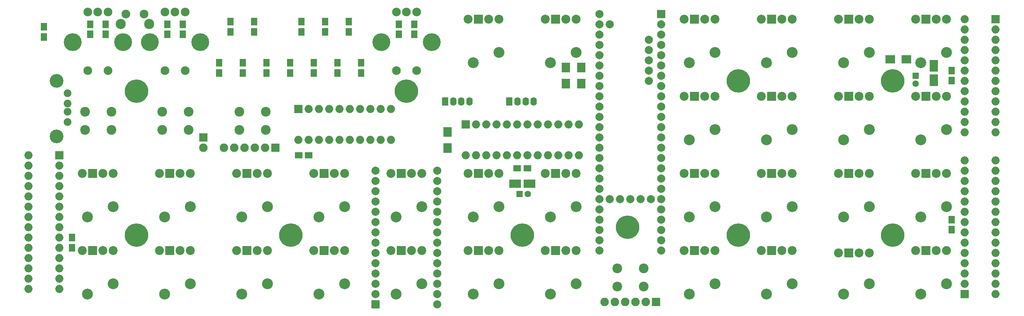
<source format=gbr>
G04 #@! TF.FileFunction,Soldermask,Bot*
%FSLAX46Y46*%
G04 Gerber Fmt 4.6, Leading zero omitted, Abs format (unit mm)*
G04 Created by KiCad (PCBNEW 4.0.7) date Sat Mar 24 11:27:51 2018*
%MOMM*%
%LPD*%
G01*
G04 APERTURE LIST*
%ADD10C,0.100000*%
%ADD11R,1.600000X1.600000*%
%ADD12C,1.600000*%
%ADD13C,2.000000*%
%ADD14R,2.000000X2.000000*%
%ADD15C,2.686000*%
%ADD16C,2.500000*%
%ADD17C,2.150000*%
%ADD18C,1.900000*%
%ADD19C,3.400000*%
%ADD20O,2.000000X2.000000*%
%ADD21R,2.100000X2.400000*%
%ADD22R,1.650000X1.900000*%
%ADD23R,1.900000X1.650000*%
%ADD24R,2.100000X2.100000*%
%ADD25O,2.100000X2.100000*%
%ADD26C,2.400000*%
%ADD27O,4.400000X4.400000*%
%ADD28R,1.600000X2.100000*%
%ADD29O,1.600000X2.100000*%
%ADD30C,5.800000*%
%ADD31C,1.000000*%
%ADD32R,2.400000X2.100000*%
%ADD33C,2.200000*%
%ADD34R,2.200000X2.200000*%
%ADD35R,3.000000X2.000000*%
%ADD36R,2.000000X3.000000*%
G04 APERTURE END LIST*
D10*
D11*
X195580000Y-102235000D03*
D12*
X197580000Y-102235000D03*
D11*
X293370000Y-73025000D03*
D12*
X293370000Y-75025000D03*
D13*
X230505000Y-98425000D03*
X230505000Y-100965000D03*
X230505000Y-103505000D03*
X230505000Y-106045000D03*
X230505000Y-95885000D03*
X230505000Y-93345000D03*
X230505000Y-90805000D03*
X230505000Y-108585000D03*
X230505000Y-111125000D03*
X230505000Y-113665000D03*
X230505000Y-116205000D03*
X227965000Y-103505000D03*
X225425000Y-103505000D03*
X222885000Y-103505000D03*
X220345000Y-103505000D03*
X217805000Y-103505000D03*
X215265000Y-116205000D03*
X215265000Y-113665000D03*
X215265000Y-111125000D03*
X215265000Y-108585000D03*
X215265000Y-106045000D03*
X215265000Y-103505000D03*
X215265000Y-100965000D03*
X215265000Y-98425000D03*
X230505000Y-88265000D03*
X230505000Y-85725000D03*
X230505000Y-83185000D03*
X230505000Y-80645000D03*
X230505000Y-78105000D03*
X230505000Y-75565000D03*
X230505000Y-73025000D03*
X230505000Y-70485000D03*
X230505000Y-67945000D03*
X230505000Y-65405000D03*
X230505000Y-62865000D03*
X230505000Y-60325000D03*
D14*
X230505000Y-57785000D03*
D13*
X215265000Y-95885000D03*
X215265000Y-93345000D03*
X215265000Y-90805000D03*
X215265000Y-88265000D03*
X215265000Y-85725000D03*
X215265000Y-83185000D03*
X215265000Y-80645000D03*
X215265000Y-78105000D03*
X215265000Y-75565000D03*
X215265000Y-73025000D03*
X215265000Y-70485000D03*
X215265000Y-67945000D03*
X215265000Y-65405000D03*
X215265000Y-62865000D03*
X215265000Y-60325000D03*
X215265000Y-57785000D03*
X217805000Y-60325000D03*
X227505000Y-64135000D03*
X227505000Y-66675000D03*
X227505000Y-69215000D03*
X227505000Y-71755000D03*
X227505000Y-74295000D03*
D15*
X294640000Y-107950000D03*
X300990000Y-105410000D03*
X88900000Y-127000000D03*
X95250000Y-124460000D03*
X203200000Y-107950000D03*
X209550000Y-105410000D03*
X184150000Y-107950000D03*
X190500000Y-105410000D03*
X165100000Y-107950000D03*
X171450000Y-105410000D03*
X146050000Y-107950000D03*
X152400000Y-105410000D03*
X127000000Y-107950000D03*
X133350000Y-105410000D03*
X203200000Y-69850000D03*
X209550000Y-67310000D03*
X184150000Y-69850000D03*
X190500000Y-67310000D03*
X237490000Y-127000000D03*
X243840000Y-124460000D03*
X256540000Y-127000000D03*
X262890000Y-124460000D03*
X237490000Y-88900000D03*
X243840000Y-86360000D03*
X275590000Y-127000000D03*
X281940000Y-124460000D03*
X256540000Y-88900000D03*
X262890000Y-86360000D03*
X294640000Y-127000000D03*
X300990000Y-124460000D03*
X275590000Y-88900000D03*
X281940000Y-86360000D03*
X294640000Y-88900000D03*
X300990000Y-86360000D03*
X256540000Y-107950000D03*
X262890000Y-105410000D03*
X237490000Y-69850000D03*
X243840000Y-67310000D03*
X275590000Y-107950000D03*
X281940000Y-105410000D03*
X256540000Y-69850000D03*
X262890000Y-67310000D03*
X294640000Y-69850000D03*
X300990000Y-67310000D03*
X203200000Y-127000000D03*
X209550000Y-124460000D03*
X184150000Y-127000000D03*
X190500000Y-124460000D03*
X165100000Y-127000000D03*
X171450000Y-124460000D03*
X146050000Y-127000000D03*
X152400000Y-124460000D03*
X127000000Y-127000000D03*
X133350000Y-124460000D03*
X107950000Y-127000000D03*
X114300000Y-124460000D03*
X275590000Y-69850000D03*
X281940000Y-67310000D03*
X237490000Y-107950000D03*
X243840000Y-105410000D03*
X107950000Y-107950000D03*
X114300000Y-105410000D03*
X88900000Y-107950000D03*
X95250000Y-105410000D03*
D16*
X97110000Y-60275000D03*
D17*
X98370000Y-57785000D03*
X102870000Y-57785000D03*
D16*
X104120000Y-60275000D03*
D13*
X175260000Y-96520000D03*
X160020000Y-96520000D03*
X175260000Y-99060000D03*
X175260000Y-101600000D03*
X175260000Y-104140000D03*
X175260000Y-106680000D03*
X175260000Y-109220000D03*
X175260000Y-111760000D03*
X175260000Y-114300000D03*
X175260000Y-116840000D03*
X175260000Y-119380000D03*
X175260000Y-121920000D03*
X175260000Y-124460000D03*
X175260000Y-127000000D03*
X175260000Y-129540000D03*
X160020000Y-99060000D03*
X160020000Y-101600000D03*
X160020000Y-104140000D03*
X160020000Y-106680000D03*
X160020000Y-109220000D03*
X160020000Y-111760000D03*
X160020000Y-114300000D03*
X160020000Y-116840000D03*
X160020000Y-119380000D03*
X160020000Y-121920000D03*
X160020000Y-124460000D03*
X160020000Y-127000000D03*
D14*
X160020000Y-129540000D03*
D18*
X83950000Y-77345000D03*
X83950000Y-79885000D03*
X83950000Y-81915000D03*
X83950000Y-84455000D03*
D19*
X81280000Y-74295000D03*
X81280000Y-88015000D03*
D14*
X81915000Y-92710000D03*
D20*
X74295000Y-125730000D03*
X81915000Y-95250000D03*
X74295000Y-123190000D03*
X81915000Y-97790000D03*
X74295000Y-120650000D03*
X81915000Y-100330000D03*
X74295000Y-118110000D03*
X81915000Y-102870000D03*
X74295000Y-115570000D03*
X81915000Y-105410000D03*
X74295000Y-113030000D03*
X81915000Y-107950000D03*
X74295000Y-110490000D03*
X81915000Y-110490000D03*
X74295000Y-107950000D03*
X81915000Y-113030000D03*
X74295000Y-105410000D03*
X81915000Y-115570000D03*
X74295000Y-102870000D03*
X81915000Y-118110000D03*
X74295000Y-100330000D03*
X81915000Y-120650000D03*
X74295000Y-97790000D03*
X81915000Y-123190000D03*
X74295000Y-95250000D03*
X81915000Y-125730000D03*
X74295000Y-92710000D03*
D14*
X305435000Y-127000000D03*
D20*
X313055000Y-93980000D03*
X305435000Y-124460000D03*
X313055000Y-96520000D03*
X305435000Y-121920000D03*
X313055000Y-99060000D03*
X305435000Y-119380000D03*
X313055000Y-101600000D03*
X305435000Y-116840000D03*
X313055000Y-104140000D03*
X305435000Y-114300000D03*
X313055000Y-106680000D03*
X305435000Y-111760000D03*
X313055000Y-109220000D03*
X305435000Y-109220000D03*
X313055000Y-111760000D03*
X305435000Y-106680000D03*
X313055000Y-114300000D03*
X305435000Y-104140000D03*
X313055000Y-116840000D03*
X305435000Y-101600000D03*
X313055000Y-119380000D03*
X305435000Y-99060000D03*
X313055000Y-121920000D03*
X305435000Y-96520000D03*
X313055000Y-124460000D03*
X305435000Y-93980000D03*
X313055000Y-127000000D03*
D21*
X207010000Y-71025000D03*
X207010000Y-75025000D03*
X210820000Y-71025000D03*
X210820000Y-75025000D03*
D22*
X89535000Y-60345000D03*
X89535000Y-62845000D03*
X93345000Y-60345000D03*
X93345000Y-62845000D03*
X108585000Y-60345000D03*
X108585000Y-62845000D03*
X112395000Y-60345000D03*
X112395000Y-62845000D03*
X165735000Y-60345000D03*
X165735000Y-62845000D03*
X169545000Y-60345000D03*
X169545000Y-62845000D03*
D23*
X194965000Y-95885000D03*
X197465000Y-95885000D03*
D22*
X302260000Y-111085000D03*
X302260000Y-108585000D03*
X85090000Y-113050000D03*
X85090000Y-115550000D03*
D24*
X135255000Y-90805000D03*
D25*
X132715000Y-90805000D03*
X130175000Y-90805000D03*
X127635000Y-90805000D03*
X125095000Y-90805000D03*
X122555000Y-90805000D03*
D14*
X182245000Y-85090000D03*
D20*
X210185000Y-92710000D03*
X184785000Y-85090000D03*
X207645000Y-92710000D03*
X187325000Y-85090000D03*
X205105000Y-92710000D03*
X189865000Y-85090000D03*
X202565000Y-92710000D03*
X192405000Y-85090000D03*
X200025000Y-92710000D03*
X194945000Y-85090000D03*
X197485000Y-92710000D03*
X197485000Y-85090000D03*
X194945000Y-92710000D03*
X200025000Y-85090000D03*
X192405000Y-92710000D03*
X202565000Y-85090000D03*
X189865000Y-92710000D03*
X205105000Y-85090000D03*
X187325000Y-92710000D03*
X207645000Y-85090000D03*
X184785000Y-92710000D03*
X210185000Y-85090000D03*
X182245000Y-92710000D03*
D21*
X177800000Y-90900000D03*
X177800000Y-86900000D03*
D26*
X107315000Y-86415000D03*
X107315000Y-81915000D03*
X113815000Y-86415000D03*
X113815000Y-81915000D03*
X88265000Y-86415000D03*
X88265000Y-81915000D03*
X94765000Y-86415000D03*
X94765000Y-81915000D03*
X126365000Y-86415000D03*
X126365000Y-81915000D03*
X132865000Y-86415000D03*
X132865000Y-81915000D03*
D23*
X141010000Y-92710000D03*
X143510000Y-92710000D03*
D14*
X140970000Y-81280000D03*
D20*
X163830000Y-88900000D03*
X143510000Y-81280000D03*
X161290000Y-88900000D03*
X146050000Y-81280000D03*
X158750000Y-88900000D03*
X148590000Y-81280000D03*
X156210000Y-88900000D03*
X151130000Y-81280000D03*
X153670000Y-88900000D03*
X153670000Y-81280000D03*
X151130000Y-88900000D03*
X156210000Y-81280000D03*
X148590000Y-88900000D03*
X158750000Y-81280000D03*
X146050000Y-88900000D03*
X161290000Y-81280000D03*
X143510000Y-88900000D03*
X163830000Y-81280000D03*
X140970000Y-88900000D03*
D17*
X93940000Y-57270000D03*
X88940000Y-57270000D03*
X91440000Y-57270000D03*
X88940000Y-71770000D03*
X93940000Y-71770000D03*
D27*
X85240000Y-64770000D03*
X97640000Y-64770000D03*
D17*
X112990000Y-57270000D03*
X107990000Y-57270000D03*
X110490000Y-57270000D03*
X107990000Y-71770000D03*
X112990000Y-71770000D03*
D27*
X104290000Y-64770000D03*
X116690000Y-64770000D03*
D17*
X170140000Y-57270000D03*
X165140000Y-57270000D03*
X167640000Y-57270000D03*
X165140000Y-71770000D03*
X170140000Y-71770000D03*
D27*
X161440000Y-64770000D03*
X173840000Y-64770000D03*
D22*
X124206000Y-59710000D03*
X124206000Y-62210000D03*
X130048000Y-59710000D03*
X130048000Y-62210000D03*
X141732000Y-59710000D03*
X141732000Y-62210000D03*
X147574000Y-59710000D03*
X147574000Y-62210000D03*
X153416000Y-59710000D03*
X153416000Y-62210000D03*
X121412000Y-69870000D03*
X121412000Y-72370000D03*
X127254000Y-69870000D03*
X127254000Y-72370000D03*
X133096000Y-69870000D03*
X133096000Y-72370000D03*
X138938000Y-69870000D03*
X138938000Y-72370000D03*
X144780000Y-69870000D03*
X144780000Y-72370000D03*
X150622000Y-69870000D03*
X150622000Y-72370000D03*
X156464000Y-69870000D03*
X156464000Y-72370000D03*
X78105000Y-60980000D03*
X78105000Y-63480000D03*
D24*
X229235000Y-128905000D03*
D25*
X226695000Y-128905000D03*
X224155000Y-128905000D03*
X221615000Y-128905000D03*
X219075000Y-128905000D03*
X216535000Y-128905000D03*
D28*
X193040000Y-79375000D03*
D29*
X195040000Y-79375000D03*
X197040000Y-79375000D03*
X199040000Y-79375000D03*
D28*
X177165000Y-79375000D03*
D29*
X179165000Y-79375000D03*
X181165000Y-79375000D03*
X183165000Y-79375000D03*
D26*
X219710000Y-125150000D03*
X219710000Y-120650000D03*
X226210000Y-125150000D03*
X226210000Y-120650000D03*
D30*
X100965000Y-76835000D03*
D31*
X102990000Y-76835000D03*
X102396891Y-78266891D03*
X100965000Y-78860000D03*
X99533109Y-78266891D03*
X98940000Y-76835000D03*
X99533109Y-75403109D03*
X100965000Y-74810000D03*
X102396891Y-75403109D03*
D30*
X167640000Y-76835000D03*
D31*
X169665000Y-76835000D03*
X169071891Y-78266891D03*
X167640000Y-78860000D03*
X166208109Y-78266891D03*
X165615000Y-76835000D03*
X166208109Y-75403109D03*
X167640000Y-74810000D03*
X169071891Y-75403109D03*
D30*
X222250000Y-110490000D03*
D31*
X224275000Y-110490000D03*
X223681891Y-111921891D03*
X222250000Y-112515000D03*
X220818109Y-111921891D03*
X220225000Y-110490000D03*
X220818109Y-109058109D03*
X222250000Y-108465000D03*
X223681891Y-109058109D03*
D30*
X196215000Y-112395000D03*
D31*
X198240000Y-112395000D03*
X197646891Y-113826891D03*
X196215000Y-114420000D03*
X194783109Y-113826891D03*
X194190000Y-112395000D03*
X194783109Y-110963109D03*
X196215000Y-110370000D03*
X197646891Y-110963109D03*
D30*
X287655000Y-112395000D03*
D31*
X289680000Y-112395000D03*
X289086891Y-113826891D03*
X287655000Y-114420000D03*
X286223109Y-113826891D03*
X285630000Y-112395000D03*
X286223109Y-110963109D03*
X287655000Y-110370000D03*
X289086891Y-110963109D03*
D30*
X249555000Y-74295000D03*
D31*
X251580000Y-74295000D03*
X250986891Y-75726891D03*
X249555000Y-76320000D03*
X248123109Y-75726891D03*
X247530000Y-74295000D03*
X248123109Y-72863109D03*
X249555000Y-72270000D03*
X250986891Y-72863109D03*
D30*
X249555000Y-112395000D03*
D31*
X251580000Y-112395000D03*
X250986891Y-113826891D03*
X249555000Y-114420000D03*
X248123109Y-113826891D03*
X247530000Y-112395000D03*
X248123109Y-110963109D03*
X249555000Y-110370000D03*
X250986891Y-110963109D03*
D30*
X100965000Y-112395000D03*
D31*
X102990000Y-112395000D03*
X102396891Y-113826891D03*
X100965000Y-114420000D03*
X99533109Y-113826891D03*
X98940000Y-112395000D03*
X99533109Y-110963109D03*
X100965000Y-110370000D03*
X102396891Y-110963109D03*
D30*
X139065000Y-112395000D03*
D31*
X141090000Y-112395000D03*
X140496891Y-113826891D03*
X139065000Y-114420000D03*
X137633109Y-113826891D03*
X137040000Y-112395000D03*
X137633109Y-110963109D03*
X139065000Y-110370000D03*
X140496891Y-110963109D03*
D30*
X287655000Y-74295000D03*
D31*
X289680000Y-74295000D03*
X289086891Y-75726891D03*
X287655000Y-76320000D03*
X286223109Y-75726891D03*
X285630000Y-74295000D03*
X286223109Y-72863109D03*
X287655000Y-72270000D03*
X289086891Y-72863109D03*
D22*
X302260000Y-71775000D03*
X302260000Y-74275000D03*
D32*
X287052000Y-68961000D03*
X291052000Y-68961000D03*
D14*
X313055000Y-59055000D03*
D20*
X305435000Y-86995000D03*
X313055000Y-61595000D03*
X305435000Y-84455000D03*
X313055000Y-64135000D03*
X305435000Y-81915000D03*
X313055000Y-66675000D03*
X305435000Y-79375000D03*
X313055000Y-69215000D03*
X305435000Y-76835000D03*
X313055000Y-71755000D03*
X305435000Y-74295000D03*
X313055000Y-74295000D03*
X305435000Y-71755000D03*
X313055000Y-76835000D03*
X305435000Y-69215000D03*
X313055000Y-79375000D03*
X305435000Y-66675000D03*
X313055000Y-81915000D03*
X305435000Y-64135000D03*
X313055000Y-84455000D03*
X305435000Y-61595000D03*
X313055000Y-86995000D03*
X305435000Y-59055000D03*
D33*
X92710000Y-116205000D03*
X87630000Y-116205000D03*
D34*
X90170000Y-116205000D03*
D33*
X95250000Y-116205000D03*
X111760000Y-116205000D03*
X106680000Y-116205000D03*
D34*
X109220000Y-116205000D03*
D33*
X114300000Y-116205000D03*
X130810000Y-116205000D03*
X125730000Y-116205000D03*
D34*
X128270000Y-116205000D03*
D33*
X133350000Y-116205000D03*
X149860000Y-116205000D03*
X144780000Y-116205000D03*
D34*
X147320000Y-116205000D03*
D33*
X152400000Y-116205000D03*
X168910000Y-116205000D03*
X163830000Y-116205000D03*
D34*
X166370000Y-116205000D03*
D33*
X171450000Y-116205000D03*
X187960000Y-116205000D03*
X182880000Y-116205000D03*
D34*
X185420000Y-116205000D03*
D33*
X190500000Y-116205000D03*
X207010000Y-116205000D03*
X201930000Y-116205000D03*
D34*
X204470000Y-116205000D03*
D33*
X209550000Y-116205000D03*
X92710000Y-97155000D03*
X87630000Y-97155000D03*
D34*
X90170000Y-97155000D03*
D33*
X95250000Y-97155000D03*
X111760000Y-97155000D03*
X106680000Y-97155000D03*
D34*
X109220000Y-97155000D03*
D33*
X114300000Y-97155000D03*
X130810000Y-97155000D03*
X125730000Y-97155000D03*
D34*
X128270000Y-97155000D03*
D33*
X133350000Y-97155000D03*
X149860000Y-97155000D03*
X144780000Y-97155000D03*
D34*
X147320000Y-97155000D03*
D33*
X152400000Y-97155000D03*
X168910000Y-97155000D03*
X163830000Y-97155000D03*
D34*
X166370000Y-97155000D03*
D33*
X171450000Y-97155000D03*
X187960000Y-97155000D03*
X182880000Y-97155000D03*
D34*
X185420000Y-97155000D03*
D33*
X190500000Y-97155000D03*
X207010000Y-97155000D03*
X201930000Y-97155000D03*
D34*
X204470000Y-97155000D03*
D33*
X209550000Y-97155000D03*
X187960000Y-59055000D03*
X182880000Y-59055000D03*
D34*
X185420000Y-59055000D03*
D33*
X190500000Y-59055000D03*
X207010000Y-59055000D03*
X201930000Y-59055000D03*
D34*
X204470000Y-59055000D03*
D33*
X209550000Y-59055000D03*
X241300000Y-116205000D03*
X236220000Y-116205000D03*
D34*
X238760000Y-116205000D03*
D33*
X243840000Y-116205000D03*
X260350000Y-116205000D03*
X255270000Y-116205000D03*
D34*
X257810000Y-116205000D03*
D33*
X262890000Y-116205000D03*
X279400000Y-116840000D03*
X274320000Y-116840000D03*
D34*
X276860000Y-116840000D03*
D33*
X281940000Y-116840000D03*
X298450000Y-116205000D03*
X293370000Y-116205000D03*
D34*
X295910000Y-116205000D03*
D33*
X300990000Y-116205000D03*
X241300000Y-97155000D03*
X236220000Y-97155000D03*
D34*
X238760000Y-97155000D03*
D33*
X243840000Y-97155000D03*
X260350000Y-97155000D03*
X255270000Y-97155000D03*
D34*
X257810000Y-97155000D03*
D33*
X262890000Y-97155000D03*
X279400000Y-97155000D03*
X274320000Y-97155000D03*
D34*
X276860000Y-97155000D03*
D33*
X281940000Y-97155000D03*
X298450000Y-97155000D03*
X293370000Y-97155000D03*
D34*
X295910000Y-97155000D03*
D33*
X300990000Y-97155000D03*
X241300000Y-78105000D03*
X236220000Y-78105000D03*
D34*
X238760000Y-78105000D03*
D33*
X243840000Y-78105000D03*
X260350000Y-78105000D03*
X255270000Y-78105000D03*
D34*
X257810000Y-78105000D03*
D33*
X262890000Y-78105000D03*
X279400000Y-78105000D03*
X274320000Y-78105000D03*
D34*
X276860000Y-78105000D03*
D33*
X281940000Y-78105000D03*
X298450000Y-78105000D03*
X293370000Y-78105000D03*
D34*
X295910000Y-78105000D03*
D33*
X300990000Y-78105000D03*
X241300000Y-59055000D03*
X236220000Y-59055000D03*
D34*
X238760000Y-59055000D03*
D33*
X243840000Y-59055000D03*
X260350000Y-59055000D03*
X255270000Y-59055000D03*
D34*
X257810000Y-59055000D03*
D33*
X262890000Y-59055000D03*
X279400000Y-59055000D03*
X274320000Y-59055000D03*
D34*
X276860000Y-59055000D03*
D33*
X281940000Y-59055000D03*
X298450000Y-59055000D03*
X293370000Y-59055000D03*
D34*
X295910000Y-59055000D03*
D33*
X300990000Y-59055000D03*
D24*
X117475000Y-88265000D03*
D25*
X117475000Y-90805000D03*
D35*
X194415000Y-99695000D03*
X198015000Y-99695000D03*
D36*
X297815000Y-70590000D03*
X297815000Y-74190000D03*
M02*

</source>
